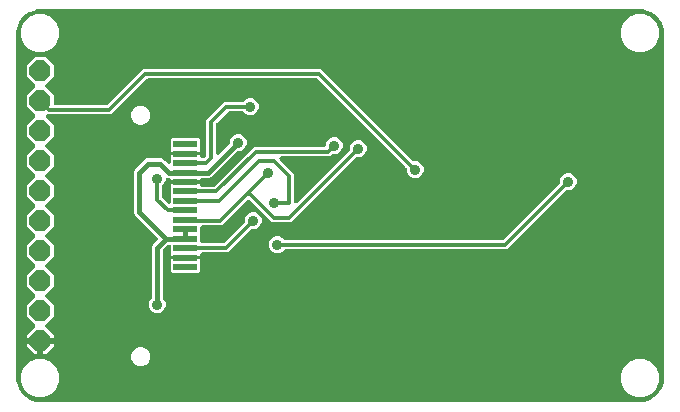
<source format=gbr>
G04 EAGLE Gerber RS-274X export*
G75*
%MOMM*%
%FSLAX34Y34*%
%LPD*%
%INBottom Copper*%
%IPPOS*%
%AMOC8*
5,1,8,0,0,1.08239X$1,22.5*%
G01*
%ADD10R,2.000000X0.500000*%
%ADD11P,1.924489X8X22.500000*%
%ADD12C,0.906400*%
%ADD13C,0.304800*%
%ADD14C,0.406400*%

G36*
X254042Y-166364D02*
X254042Y-166364D01*
X254120Y-166365D01*
X257060Y-166133D01*
X257116Y-166122D01*
X257173Y-166120D01*
X257383Y-166070D01*
X257402Y-166066D01*
X257406Y-166065D01*
X257411Y-166063D01*
X263004Y-164246D01*
X263110Y-164198D01*
X263220Y-164157D01*
X263283Y-164118D01*
X263321Y-164101D01*
X263356Y-164074D01*
X263429Y-164030D01*
X268186Y-160573D01*
X268272Y-160494D01*
X268364Y-160422D01*
X268412Y-160365D01*
X268443Y-160337D01*
X268468Y-160301D01*
X268523Y-160236D01*
X271980Y-155479D01*
X272037Y-155377D01*
X272102Y-155280D01*
X272131Y-155211D01*
X272151Y-155175D01*
X272163Y-155132D01*
X272196Y-155054D01*
X274013Y-149461D01*
X274025Y-149405D01*
X274044Y-149351D01*
X274079Y-149138D01*
X274082Y-149119D01*
X274082Y-149115D01*
X274083Y-149110D01*
X274315Y-146170D01*
X274313Y-146127D01*
X274319Y-146050D01*
X274319Y146050D01*
X274314Y146092D01*
X274315Y146170D01*
X274083Y149110D01*
X274072Y149166D01*
X274070Y149223D01*
X274020Y149433D01*
X274016Y149452D01*
X274015Y149456D01*
X274013Y149461D01*
X272196Y155054D01*
X272148Y155160D01*
X272107Y155270D01*
X272068Y155333D01*
X272051Y155371D01*
X272024Y155406D01*
X271980Y155479D01*
X268523Y160236D01*
X268444Y160322D01*
X268372Y160414D01*
X268315Y160462D01*
X268287Y160493D01*
X268251Y160518D01*
X268186Y160573D01*
X263429Y164030D01*
X263327Y164087D01*
X263230Y164152D01*
X263161Y164181D01*
X263125Y164201D01*
X263082Y164213D01*
X263004Y164246D01*
X257411Y166063D01*
X257355Y166075D01*
X257301Y166094D01*
X257088Y166129D01*
X257069Y166132D01*
X257065Y166132D01*
X257060Y166133D01*
X254120Y166365D01*
X254077Y166363D01*
X254000Y166369D01*
X-254000Y166369D01*
X-254042Y166364D01*
X-254120Y166365D01*
X-257060Y166133D01*
X-257116Y166122D01*
X-257173Y166120D01*
X-257383Y166070D01*
X-257402Y166066D01*
X-257406Y166065D01*
X-257411Y166063D01*
X-263004Y164246D01*
X-263110Y164198D01*
X-263220Y164157D01*
X-263283Y164118D01*
X-263321Y164101D01*
X-263356Y164074D01*
X-263429Y164030D01*
X-268186Y160573D01*
X-268272Y160494D01*
X-268364Y160422D01*
X-268412Y160365D01*
X-268443Y160337D01*
X-268468Y160301D01*
X-268523Y160236D01*
X-271980Y155479D01*
X-272037Y155377D01*
X-272102Y155280D01*
X-272131Y155211D01*
X-272151Y155175D01*
X-272163Y155132D01*
X-272196Y155054D01*
X-274013Y149461D01*
X-274025Y149405D01*
X-274044Y149351D01*
X-274062Y149240D01*
X-274063Y149239D01*
X-274063Y149237D01*
X-274079Y149138D01*
X-274082Y149119D01*
X-274082Y149115D01*
X-274083Y149110D01*
X-274315Y146170D01*
X-274313Y146127D01*
X-274319Y146050D01*
X-274319Y-146050D01*
X-274314Y-146092D01*
X-274315Y-146170D01*
X-274083Y-149110D01*
X-274072Y-149166D01*
X-274070Y-149223D01*
X-274020Y-149433D01*
X-274016Y-149452D01*
X-274015Y-149456D01*
X-274013Y-149461D01*
X-272196Y-155054D01*
X-272148Y-155160D01*
X-272107Y-155270D01*
X-272068Y-155333D01*
X-272051Y-155371D01*
X-272024Y-155406D01*
X-271980Y-155479D01*
X-268523Y-160236D01*
X-268444Y-160322D01*
X-268372Y-160414D01*
X-268315Y-160462D01*
X-268287Y-160493D01*
X-268251Y-160518D01*
X-268186Y-160573D01*
X-263429Y-164030D01*
X-263327Y-164087D01*
X-263230Y-164152D01*
X-263161Y-164181D01*
X-263125Y-164201D01*
X-263082Y-164213D01*
X-263004Y-164246D01*
X-257411Y-166063D01*
X-257355Y-166075D01*
X-257301Y-166094D01*
X-257088Y-166129D01*
X-257069Y-166132D01*
X-257065Y-166132D01*
X-257060Y-166133D01*
X-254120Y-166365D01*
X-254077Y-166363D01*
X-254000Y-166369D01*
X254000Y-166369D01*
X254042Y-166364D01*
G37*
%LPC*%
G36*
X-156347Y-90893D02*
X-156347Y-90893D01*
X-158946Y-89816D01*
X-160936Y-87826D01*
X-162013Y-85227D01*
X-162013Y-82413D01*
X-160936Y-79814D01*
X-159959Y-78837D01*
X-159880Y-78737D01*
X-159796Y-78644D01*
X-159772Y-78601D01*
X-159742Y-78564D01*
X-159688Y-78449D01*
X-159627Y-78339D01*
X-159614Y-78292D01*
X-159593Y-78248D01*
X-159567Y-78125D01*
X-159532Y-78003D01*
X-159527Y-77943D01*
X-159520Y-77908D01*
X-159521Y-77860D01*
X-159513Y-77759D01*
X-159513Y-34650D01*
X-158817Y-32970D01*
X-154864Y-29017D01*
X-154848Y-28997D01*
X-154828Y-28980D01*
X-154739Y-28860D01*
X-154647Y-28744D01*
X-154636Y-28720D01*
X-154620Y-28699D01*
X-154562Y-28563D01*
X-154498Y-28429D01*
X-154493Y-28403D01*
X-154482Y-28379D01*
X-154456Y-28233D01*
X-154425Y-28088D01*
X-154425Y-28062D01*
X-154421Y-28036D01*
X-154428Y-27888D01*
X-154431Y-27740D01*
X-154437Y-27714D01*
X-154439Y-27688D01*
X-154480Y-27546D01*
X-154516Y-27402D01*
X-154528Y-27378D01*
X-154535Y-27353D01*
X-154608Y-27224D01*
X-154676Y-27092D01*
X-154693Y-27072D01*
X-154705Y-27049D01*
X-154864Y-26863D01*
X-174057Y-7670D01*
X-174753Y-5990D01*
X-174753Y28850D01*
X-174057Y30530D01*
X-165150Y39437D01*
X-163470Y40133D01*
X-151490Y40133D01*
X-149810Y39437D01*
X-148309Y37936D01*
X-146141Y35768D01*
X-146063Y35706D01*
X-145990Y35636D01*
X-145926Y35597D01*
X-145868Y35551D01*
X-145777Y35508D01*
X-145691Y35457D01*
X-145620Y35434D01*
X-145553Y35402D01*
X-145455Y35381D01*
X-145359Y35351D01*
X-145285Y35345D01*
X-145212Y35329D01*
X-145112Y35331D01*
X-145012Y35323D01*
X-144938Y35334D01*
X-144864Y35335D01*
X-144767Y35359D01*
X-144667Y35374D01*
X-144598Y35402D01*
X-144526Y35420D01*
X-144436Y35466D01*
X-144343Y35503D01*
X-144282Y35545D01*
X-144216Y35580D01*
X-144139Y35645D01*
X-144057Y35702D01*
X-144007Y35757D01*
X-143951Y35805D01*
X-143891Y35886D01*
X-143824Y35961D01*
X-143788Y36026D01*
X-143743Y36086D01*
X-143704Y36178D01*
X-143655Y36266D01*
X-143635Y36337D01*
X-143605Y36406D01*
X-143588Y36504D01*
X-143560Y36601D01*
X-143552Y36701D01*
X-143544Y36749D01*
X-143546Y36784D01*
X-143541Y36845D01*
X-143541Y39681D01*
X-143472Y39815D01*
X-143466Y39838D01*
X-143456Y39859D01*
X-143424Y40007D01*
X-143388Y40154D01*
X-143388Y40177D01*
X-143383Y40200D01*
X-143385Y40351D01*
X-143383Y40502D01*
X-143388Y40530D01*
X-143389Y40549D01*
X-143400Y40594D01*
X-143427Y40743D01*
X-143541Y41166D01*
X-143541Y42477D01*
X-131000Y42477D01*
X-118459Y42477D01*
X-118459Y41588D01*
X-118456Y41562D01*
X-118458Y41536D01*
X-118436Y41389D01*
X-118419Y41242D01*
X-118411Y41217D01*
X-118407Y41191D01*
X-118352Y41053D01*
X-118302Y40914D01*
X-118288Y40892D01*
X-118278Y40867D01*
X-118193Y40746D01*
X-118113Y40621D01*
X-118094Y40603D01*
X-118079Y40581D01*
X-117969Y40482D01*
X-117862Y40379D01*
X-117840Y40365D01*
X-117820Y40348D01*
X-117690Y40276D01*
X-117563Y40200D01*
X-117538Y40192D01*
X-117515Y40179D01*
X-117372Y40139D01*
X-117231Y40094D01*
X-117205Y40092D01*
X-117180Y40084D01*
X-116936Y40065D01*
X-116175Y40065D01*
X-116049Y40079D01*
X-115923Y40086D01*
X-115876Y40099D01*
X-115828Y40105D01*
X-115709Y40147D01*
X-115588Y40182D01*
X-115546Y40206D01*
X-115500Y40222D01*
X-115394Y40291D01*
X-115284Y40352D01*
X-115238Y40392D01*
X-115208Y40411D01*
X-115174Y40446D01*
X-115098Y40511D01*
X-113731Y41878D01*
X-113652Y41977D01*
X-113568Y42070D01*
X-113544Y42113D01*
X-113514Y42151D01*
X-113460Y42265D01*
X-113399Y42375D01*
X-113386Y42422D01*
X-113365Y42466D01*
X-113339Y42589D01*
X-113304Y42711D01*
X-113299Y42772D01*
X-113292Y42806D01*
X-113293Y42854D01*
X-113285Y42955D01*
X-113285Y72804D01*
X-98204Y87885D01*
X-82769Y87885D01*
X-82643Y87899D01*
X-82517Y87906D01*
X-82470Y87919D01*
X-82422Y87925D01*
X-82303Y87967D01*
X-82182Y88002D01*
X-82140Y88026D01*
X-82094Y88042D01*
X-81988Y88111D01*
X-81878Y88172D01*
X-81831Y88212D01*
X-81801Y88231D01*
X-81768Y88266D01*
X-81691Y88331D01*
X-80206Y89816D01*
X-77607Y90893D01*
X-74793Y90893D01*
X-72194Y89816D01*
X-70204Y87826D01*
X-69127Y85227D01*
X-69127Y82413D01*
X-70204Y79814D01*
X-72194Y77824D01*
X-74793Y76747D01*
X-77607Y76747D01*
X-80206Y77824D01*
X-81691Y79309D01*
X-81790Y79388D01*
X-81884Y79472D01*
X-81927Y79496D01*
X-81964Y79526D01*
X-82079Y79580D01*
X-82189Y79641D01*
X-82236Y79654D01*
X-82280Y79675D01*
X-82403Y79701D01*
X-82525Y79736D01*
X-82586Y79741D01*
X-82620Y79748D01*
X-82668Y79747D01*
X-82769Y79755D01*
X-94205Y79755D01*
X-94331Y79741D01*
X-94457Y79734D01*
X-94504Y79721D01*
X-94552Y79715D01*
X-94671Y79673D01*
X-94792Y79638D01*
X-94834Y79614D01*
X-94880Y79598D01*
X-94986Y79529D01*
X-95096Y79468D01*
X-95142Y79428D01*
X-95172Y79409D01*
X-95206Y79374D01*
X-95282Y79309D01*
X-104709Y69882D01*
X-104788Y69783D01*
X-104872Y69690D01*
X-104896Y69647D01*
X-104926Y69609D01*
X-104980Y69495D01*
X-105041Y69385D01*
X-105054Y69338D01*
X-105075Y69294D01*
X-105101Y69171D01*
X-105136Y69049D01*
X-105141Y68988D01*
X-105148Y68954D01*
X-105147Y68906D01*
X-105155Y68805D01*
X-105155Y44689D01*
X-105144Y44589D01*
X-105142Y44489D01*
X-105124Y44417D01*
X-105115Y44343D01*
X-105082Y44248D01*
X-105057Y44151D01*
X-105023Y44085D01*
X-104998Y44015D01*
X-104943Y43930D01*
X-104897Y43841D01*
X-104849Y43784D01*
X-104809Y43722D01*
X-104737Y43652D01*
X-104672Y43576D01*
X-104612Y43531D01*
X-104558Y43480D01*
X-104472Y43428D01*
X-104391Y43368D01*
X-104323Y43339D01*
X-104259Y43301D01*
X-104163Y43270D01*
X-104071Y43230D01*
X-103998Y43217D01*
X-103927Y43195D01*
X-103827Y43187D01*
X-103728Y43169D01*
X-103654Y43173D01*
X-103580Y43167D01*
X-103480Y43182D01*
X-103380Y43187D01*
X-103309Y43207D01*
X-103235Y43218D01*
X-103142Y43255D01*
X-103045Y43283D01*
X-102980Y43320D01*
X-102911Y43347D01*
X-102829Y43404D01*
X-102741Y43453D01*
X-102665Y43519D01*
X-102625Y43546D01*
X-102601Y43572D01*
X-102555Y43612D01*
X-93879Y52288D01*
X-93800Y52387D01*
X-93716Y52481D01*
X-93692Y52523D01*
X-93662Y52561D01*
X-93608Y52675D01*
X-93547Y52786D01*
X-93534Y52832D01*
X-93513Y52876D01*
X-93487Y52999D01*
X-93452Y53121D01*
X-93447Y53182D01*
X-93440Y53217D01*
X-93441Y53265D01*
X-93433Y53365D01*
X-93433Y54747D01*
X-92356Y57346D01*
X-90366Y59336D01*
X-87767Y60413D01*
X-84953Y60413D01*
X-82354Y59336D01*
X-80364Y57346D01*
X-79287Y54747D01*
X-79287Y51933D01*
X-80364Y49334D01*
X-82354Y47344D01*
X-84953Y46267D01*
X-86335Y46267D01*
X-86461Y46253D01*
X-86587Y46246D01*
X-86633Y46233D01*
X-86681Y46227D01*
X-86800Y46185D01*
X-86922Y46150D01*
X-86964Y46126D01*
X-87009Y46110D01*
X-87116Y46041D01*
X-87226Y45980D01*
X-87272Y45940D01*
X-87302Y45921D01*
X-87336Y45886D01*
X-87412Y45821D01*
X-109110Y24123D01*
X-110790Y23427D01*
X-116936Y23427D01*
X-116962Y23424D01*
X-116988Y23426D01*
X-117135Y23404D01*
X-117282Y23387D01*
X-117307Y23379D01*
X-117333Y23375D01*
X-117471Y23320D01*
X-117610Y23270D01*
X-117632Y23256D01*
X-117657Y23246D01*
X-117778Y23161D01*
X-117903Y23081D01*
X-117921Y23062D01*
X-117943Y23047D01*
X-118042Y22937D01*
X-118145Y22830D01*
X-118159Y22808D01*
X-118176Y22788D01*
X-118248Y22658D01*
X-118324Y22531D01*
X-118332Y22506D01*
X-118345Y22483D01*
X-118385Y22340D01*
X-118430Y22199D01*
X-118432Y22173D01*
X-118440Y22148D01*
X-118459Y21904D01*
X-118459Y21523D01*
X-131000Y21523D01*
X-143541Y21523D01*
X-143541Y21904D01*
X-143544Y21930D01*
X-143542Y21956D01*
X-143564Y22103D01*
X-143581Y22250D01*
X-143589Y22275D01*
X-143593Y22301D01*
X-143648Y22439D01*
X-143698Y22578D01*
X-143712Y22600D01*
X-143722Y22625D01*
X-143807Y22746D01*
X-143887Y22871D01*
X-143906Y22889D01*
X-143921Y22911D01*
X-144031Y23010D01*
X-144138Y23113D01*
X-144160Y23127D01*
X-144180Y23144D01*
X-144310Y23216D01*
X-144437Y23292D01*
X-144462Y23300D01*
X-144485Y23313D01*
X-144628Y23353D01*
X-144769Y23398D01*
X-144795Y23400D01*
X-144820Y23408D01*
X-145064Y23427D01*
X-145749Y23427D01*
X-145761Y23432D01*
X-145906Y23473D01*
X-146049Y23519D01*
X-146073Y23521D01*
X-146096Y23528D01*
X-146247Y23535D01*
X-146396Y23547D01*
X-146420Y23544D01*
X-146444Y23545D01*
X-146592Y23518D01*
X-146741Y23495D01*
X-146763Y23486D01*
X-146787Y23482D01*
X-146925Y23422D01*
X-147065Y23367D01*
X-147085Y23353D01*
X-147107Y23343D01*
X-147228Y23254D01*
X-147351Y23168D01*
X-147367Y23150D01*
X-147386Y23135D01*
X-147484Y23020D01*
X-147584Y22909D01*
X-147596Y22888D01*
X-147612Y22869D01*
X-147680Y22735D01*
X-147753Y22604D01*
X-147759Y22581D01*
X-147770Y22559D01*
X-147807Y22413D01*
X-147848Y22269D01*
X-147850Y22240D01*
X-147855Y22221D01*
X-147855Y22174D01*
X-147867Y22025D01*
X-147867Y21453D01*
X-148944Y18854D01*
X-150429Y17369D01*
X-150508Y17270D01*
X-150592Y17176D01*
X-150616Y17133D01*
X-150646Y17096D01*
X-150700Y16981D01*
X-150761Y16871D01*
X-150774Y16824D01*
X-150795Y16780D01*
X-150821Y16657D01*
X-150856Y16535D01*
X-150861Y16474D01*
X-150868Y16440D01*
X-150867Y16392D01*
X-150875Y16291D01*
X-150875Y7395D01*
X-150861Y7269D01*
X-150854Y7143D01*
X-150841Y7096D01*
X-150835Y7048D01*
X-150793Y6929D01*
X-150758Y6808D01*
X-150734Y6766D01*
X-150718Y6720D01*
X-150649Y6614D01*
X-150588Y6504D01*
X-150548Y6458D01*
X-150529Y6428D01*
X-150494Y6394D01*
X-150429Y6318D01*
X-146141Y2029D01*
X-146063Y1967D01*
X-145990Y1897D01*
X-145926Y1859D01*
X-145868Y1813D01*
X-145777Y1770D01*
X-145691Y1718D01*
X-145620Y1696D01*
X-145553Y1664D01*
X-145455Y1643D01*
X-145359Y1612D01*
X-145285Y1606D01*
X-145212Y1591D01*
X-145112Y1592D01*
X-145012Y1584D01*
X-144938Y1595D01*
X-144864Y1597D01*
X-144767Y1621D01*
X-144667Y1636D01*
X-144598Y1663D01*
X-144526Y1682D01*
X-144436Y1728D01*
X-144343Y1765D01*
X-144282Y1807D01*
X-144216Y1841D01*
X-144139Y1906D01*
X-144057Y1964D01*
X-144007Y2019D01*
X-143951Y2067D01*
X-143891Y2148D01*
X-143824Y2222D01*
X-143788Y2287D01*
X-143743Y2347D01*
X-143704Y2440D01*
X-143655Y2527D01*
X-143635Y2599D01*
X-143605Y2667D01*
X-143588Y2766D01*
X-143560Y2863D01*
X-143552Y2963D01*
X-143544Y3010D01*
X-143546Y3046D01*
X-143541Y3107D01*
X-143541Y15681D01*
X-143472Y15815D01*
X-143466Y15838D01*
X-143456Y15859D01*
X-143424Y16007D01*
X-143388Y16154D01*
X-143388Y16177D01*
X-143383Y16200D01*
X-143385Y16351D01*
X-143383Y16502D01*
X-143388Y16530D01*
X-143389Y16549D01*
X-143400Y16594D01*
X-143427Y16743D01*
X-143541Y17166D01*
X-143541Y18477D01*
X-131000Y18477D01*
X-118459Y18477D01*
X-118459Y17588D01*
X-118456Y17562D01*
X-118458Y17536D01*
X-118436Y17389D01*
X-118419Y17242D01*
X-118411Y17217D01*
X-118407Y17191D01*
X-118352Y17053D01*
X-118302Y16914D01*
X-118288Y16892D01*
X-118278Y16867D01*
X-118193Y16746D01*
X-118113Y16621D01*
X-118094Y16603D01*
X-118079Y16581D01*
X-117969Y16482D01*
X-117862Y16379D01*
X-117840Y16365D01*
X-117820Y16348D01*
X-117690Y16276D01*
X-117563Y16200D01*
X-117538Y16192D01*
X-117515Y16179D01*
X-117372Y16139D01*
X-117231Y16094D01*
X-117205Y16092D01*
X-117180Y16084D01*
X-116936Y16065D01*
X-107155Y16065D01*
X-107029Y16079D01*
X-106903Y16086D01*
X-106856Y16099D01*
X-106808Y16105D01*
X-106689Y16147D01*
X-106568Y16182D01*
X-106526Y16206D01*
X-106480Y16222D01*
X-106374Y16291D01*
X-106264Y16352D01*
X-106218Y16392D01*
X-106188Y16411D01*
X-106154Y16446D01*
X-106078Y16511D01*
X-72804Y49785D01*
X-13676Y49785D01*
X-13650Y49788D01*
X-13624Y49786D01*
X-13477Y49808D01*
X-13330Y49825D01*
X-13305Y49833D01*
X-13279Y49837D01*
X-13141Y49892D01*
X-13002Y49942D01*
X-12980Y49956D01*
X-12955Y49966D01*
X-12834Y50051D01*
X-12709Y50131D01*
X-12691Y50150D01*
X-12669Y50165D01*
X-12570Y50275D01*
X-12467Y50382D01*
X-12453Y50404D01*
X-12436Y50424D01*
X-12364Y50554D01*
X-12288Y50681D01*
X-12280Y50706D01*
X-12267Y50729D01*
X-12227Y50872D01*
X-12182Y51013D01*
X-12180Y51039D01*
X-12172Y51064D01*
X-12153Y51308D01*
X-12153Y52207D01*
X-11076Y54806D01*
X-9086Y56796D01*
X-6487Y57873D01*
X-3673Y57873D01*
X-1074Y56796D01*
X916Y54806D01*
X1993Y52207D01*
X1993Y49393D01*
X916Y46794D01*
X-1074Y44804D01*
X-3673Y43727D01*
X-5773Y43727D01*
X-5899Y43713D01*
X-6025Y43706D01*
X-6072Y43693D01*
X-6120Y43687D01*
X-6239Y43645D01*
X-6360Y43610D01*
X-6402Y43586D01*
X-6448Y43570D01*
X-6554Y43501D01*
X-6664Y43440D01*
X-6710Y43400D01*
X-6740Y43381D01*
X-6774Y43346D01*
X-6850Y43281D01*
X-8476Y41655D01*
X-50009Y41655D01*
X-50109Y41644D01*
X-50210Y41642D01*
X-50282Y41624D01*
X-50356Y41615D01*
X-50450Y41582D01*
X-50548Y41557D01*
X-50614Y41523D01*
X-50684Y41498D01*
X-50768Y41443D01*
X-50857Y41397D01*
X-50914Y41349D01*
X-50977Y41309D01*
X-51046Y41237D01*
X-51123Y41172D01*
X-51167Y41112D01*
X-51219Y41058D01*
X-51270Y40972D01*
X-51330Y40891D01*
X-51359Y40823D01*
X-51398Y40759D01*
X-51428Y40663D01*
X-51468Y40571D01*
X-51481Y40498D01*
X-51504Y40427D01*
X-51512Y40327D01*
X-51530Y40228D01*
X-51526Y40154D01*
X-51532Y40080D01*
X-51517Y39980D01*
X-51512Y39880D01*
X-51491Y39809D01*
X-51480Y39735D01*
X-51443Y39642D01*
X-51415Y39545D01*
X-51379Y39480D01*
X-51351Y39411D01*
X-51294Y39329D01*
X-51245Y39241D01*
X-51180Y39165D01*
X-51152Y39125D01*
X-51126Y39101D01*
X-51087Y39055D01*
X-39115Y27084D01*
X-39115Y3331D01*
X-39104Y3231D01*
X-39102Y3130D01*
X-39084Y3058D01*
X-39075Y2984D01*
X-39042Y2890D01*
X-39017Y2792D01*
X-38983Y2726D01*
X-38958Y2656D01*
X-38903Y2572D01*
X-38857Y2483D01*
X-38809Y2426D01*
X-38769Y2363D01*
X-38697Y2294D01*
X-38632Y2217D01*
X-38572Y2173D01*
X-38518Y2121D01*
X-38432Y2070D01*
X-38351Y2010D01*
X-38283Y1981D01*
X-38219Y1942D01*
X-38123Y1912D01*
X-38031Y1872D01*
X-37958Y1859D01*
X-37887Y1836D01*
X-37787Y1828D01*
X-37688Y1810D01*
X-37614Y1814D01*
X-37540Y1808D01*
X-37440Y1823D01*
X-37340Y1828D01*
X-37269Y1849D01*
X-37195Y1860D01*
X-37102Y1897D01*
X-37005Y1925D01*
X-36940Y1961D01*
X-36871Y1989D01*
X-36789Y2046D01*
X-36701Y2095D01*
X-36625Y2160D01*
X-36585Y2188D01*
X-36561Y2214D01*
X-36515Y2253D01*
X7721Y46490D01*
X7800Y46589D01*
X7884Y46682D01*
X7908Y46725D01*
X7938Y46763D01*
X7992Y46877D01*
X8053Y46987D01*
X8066Y47034D01*
X8087Y47078D01*
X8113Y47201D01*
X8148Y47323D01*
X8153Y47384D01*
X8160Y47418D01*
X8159Y47466D01*
X8167Y47567D01*
X8167Y49667D01*
X9244Y52266D01*
X11234Y54256D01*
X13833Y55333D01*
X16647Y55333D01*
X19246Y54256D01*
X21236Y52266D01*
X22313Y49667D01*
X22313Y46853D01*
X21236Y44254D01*
X19246Y42264D01*
X16647Y41187D01*
X14547Y41187D01*
X14421Y41173D01*
X14295Y41166D01*
X14248Y41153D01*
X14200Y41147D01*
X14081Y41105D01*
X13960Y41070D01*
X13918Y41046D01*
X13872Y41030D01*
X13766Y40961D01*
X13656Y40900D01*
X13610Y40860D01*
X13580Y40841D01*
X13546Y40806D01*
X13470Y40741D01*
X-41496Y-14225D01*
X-57564Y-14225D01*
X-76393Y4604D01*
X-76413Y4621D01*
X-76430Y4641D01*
X-76550Y4729D01*
X-76666Y4821D01*
X-76690Y4832D01*
X-76711Y4848D01*
X-76847Y4907D01*
X-76981Y4970D01*
X-77007Y4976D01*
X-77031Y4986D01*
X-77177Y5012D01*
X-77322Y5043D01*
X-77348Y5043D01*
X-77374Y5048D01*
X-77522Y5040D01*
X-77670Y5037D01*
X-77696Y5031D01*
X-77722Y5030D01*
X-77864Y4989D01*
X-78008Y4952D01*
X-78032Y4940D01*
X-78057Y4933D01*
X-78186Y4861D01*
X-78318Y4793D01*
X-78338Y4776D01*
X-78361Y4763D01*
X-78547Y4604D01*
X-99916Y-16765D01*
X-116936Y-16765D01*
X-116962Y-16768D01*
X-116988Y-16766D01*
X-117135Y-16788D01*
X-117282Y-16805D01*
X-117307Y-16813D01*
X-117333Y-16817D01*
X-117471Y-16872D01*
X-117610Y-16922D01*
X-117632Y-16936D01*
X-117657Y-16946D01*
X-117778Y-17031D01*
X-117903Y-17111D01*
X-117921Y-17130D01*
X-117943Y-17145D01*
X-118042Y-17255D01*
X-118145Y-17362D01*
X-118159Y-17384D01*
X-118176Y-17404D01*
X-118248Y-17534D01*
X-118324Y-17661D01*
X-118332Y-17686D01*
X-118345Y-17709D01*
X-118385Y-17852D01*
X-118430Y-17993D01*
X-118432Y-18019D01*
X-118440Y-18044D01*
X-118459Y-18288D01*
X-118459Y-29972D01*
X-118456Y-29998D01*
X-118458Y-30024D01*
X-118436Y-30171D01*
X-118419Y-30318D01*
X-118411Y-30343D01*
X-118407Y-30369D01*
X-118352Y-30507D01*
X-118302Y-30646D01*
X-118288Y-30668D01*
X-118278Y-30693D01*
X-118193Y-30814D01*
X-118113Y-30939D01*
X-118094Y-30957D01*
X-118079Y-30979D01*
X-117969Y-31078D01*
X-117862Y-31181D01*
X-117840Y-31195D01*
X-117820Y-31212D01*
X-117690Y-31284D01*
X-117563Y-31360D01*
X-117538Y-31368D01*
X-117515Y-31381D01*
X-117372Y-31421D01*
X-117231Y-31466D01*
X-117205Y-31468D01*
X-117180Y-31476D01*
X-116936Y-31495D01*
X-98835Y-31495D01*
X-98709Y-31481D01*
X-98583Y-31474D01*
X-98536Y-31461D01*
X-98488Y-31455D01*
X-98369Y-31413D01*
X-98248Y-31378D01*
X-98206Y-31354D01*
X-98160Y-31338D01*
X-98054Y-31269D01*
X-97944Y-31208D01*
X-97898Y-31168D01*
X-97868Y-31149D01*
X-97834Y-31114D01*
X-97758Y-31049D01*
X-81179Y-14470D01*
X-81100Y-14371D01*
X-81016Y-14278D01*
X-80992Y-14235D01*
X-80962Y-14197D01*
X-80908Y-14083D01*
X-80847Y-13973D01*
X-80834Y-13926D01*
X-80813Y-13882D01*
X-80787Y-13759D01*
X-80752Y-13637D01*
X-80747Y-13576D01*
X-80740Y-13542D01*
X-80741Y-13494D01*
X-80733Y-13393D01*
X-80733Y-11293D01*
X-79656Y-8694D01*
X-77666Y-6704D01*
X-75067Y-5627D01*
X-72253Y-5627D01*
X-69654Y-6704D01*
X-67664Y-8694D01*
X-66587Y-11293D01*
X-66587Y-14107D01*
X-67664Y-16706D01*
X-69654Y-18696D01*
X-72253Y-19773D01*
X-74353Y-19773D01*
X-74479Y-19787D01*
X-74605Y-19794D01*
X-74652Y-19807D01*
X-74700Y-19813D01*
X-74819Y-19855D01*
X-74940Y-19890D01*
X-74982Y-19914D01*
X-75028Y-19930D01*
X-75134Y-19999D01*
X-75244Y-20060D01*
X-75290Y-20100D01*
X-75320Y-20119D01*
X-75354Y-20154D01*
X-75430Y-20219D01*
X-94836Y-39625D01*
X-116936Y-39625D01*
X-116962Y-39628D01*
X-116988Y-39626D01*
X-117135Y-39648D01*
X-117282Y-39665D01*
X-117307Y-39673D01*
X-117333Y-39677D01*
X-117471Y-39732D01*
X-117610Y-39782D01*
X-117632Y-39796D01*
X-117657Y-39806D01*
X-117778Y-39891D01*
X-117903Y-39971D01*
X-117921Y-39990D01*
X-117943Y-40005D01*
X-118042Y-40115D01*
X-118145Y-40222D01*
X-118159Y-40244D01*
X-118176Y-40264D01*
X-118248Y-40394D01*
X-118324Y-40521D01*
X-118332Y-40546D01*
X-118345Y-40569D01*
X-118385Y-40712D01*
X-118430Y-40853D01*
X-118432Y-40879D01*
X-118440Y-40904D01*
X-118459Y-41148D01*
X-118459Y-42477D01*
X-131000Y-42477D01*
X-143541Y-42477D01*
X-143541Y-41166D01*
X-143427Y-40743D01*
X-143405Y-40594D01*
X-143379Y-40445D01*
X-143380Y-40421D01*
X-143376Y-40398D01*
X-143389Y-40248D01*
X-143397Y-40097D01*
X-143403Y-40074D01*
X-143405Y-40051D01*
X-143451Y-39908D01*
X-143493Y-39762D01*
X-143505Y-39741D01*
X-143512Y-39719D01*
X-143541Y-39671D01*
X-143541Y-34305D01*
X-143552Y-34205D01*
X-143554Y-34105D01*
X-143572Y-34033D01*
X-143581Y-33959D01*
X-143614Y-33864D01*
X-143639Y-33767D01*
X-143673Y-33701D01*
X-143698Y-33631D01*
X-143753Y-33546D01*
X-143799Y-33457D01*
X-143847Y-33400D01*
X-143887Y-33338D01*
X-143959Y-33268D01*
X-144024Y-33192D01*
X-144084Y-33147D01*
X-144138Y-33096D01*
X-144224Y-33044D01*
X-144305Y-32984D01*
X-144373Y-32955D01*
X-144437Y-32917D01*
X-144533Y-32886D01*
X-144625Y-32846D01*
X-144698Y-32833D01*
X-144769Y-32811D01*
X-144869Y-32803D01*
X-144968Y-32785D01*
X-145042Y-32789D01*
X-145116Y-32783D01*
X-145216Y-32798D01*
X-145316Y-32803D01*
X-145387Y-32823D01*
X-145461Y-32834D01*
X-145554Y-32871D01*
X-145651Y-32899D01*
X-145716Y-32936D01*
X-145785Y-32963D01*
X-145867Y-33020D01*
X-145955Y-33069D01*
X-146031Y-33135D01*
X-146071Y-33162D01*
X-146095Y-33188D01*
X-146141Y-33228D01*
X-149921Y-37008D01*
X-150000Y-37107D01*
X-150084Y-37201D01*
X-150108Y-37243D01*
X-150138Y-37281D01*
X-150192Y-37395D01*
X-150253Y-37506D01*
X-150266Y-37552D01*
X-150287Y-37596D01*
X-150313Y-37719D01*
X-150348Y-37841D01*
X-150353Y-37902D01*
X-150360Y-37937D01*
X-150359Y-37985D01*
X-150367Y-38085D01*
X-150367Y-77759D01*
X-150353Y-77885D01*
X-150346Y-78011D01*
X-150333Y-78058D01*
X-150327Y-78106D01*
X-150285Y-78225D01*
X-150250Y-78346D01*
X-150226Y-78388D01*
X-150210Y-78434D01*
X-150141Y-78540D01*
X-150080Y-78650D01*
X-150040Y-78697D01*
X-150021Y-78727D01*
X-149986Y-78760D01*
X-149921Y-78837D01*
X-148944Y-79814D01*
X-147867Y-82413D01*
X-147867Y-85227D01*
X-148944Y-87826D01*
X-150934Y-89816D01*
X-153533Y-90893D01*
X-156347Y-90893D01*
G37*
%LPD*%
%LPC*%
G36*
X-254090Y-112075D02*
X-254090Y-112075D01*
X-254113Y-112061D01*
X-254132Y-112044D01*
X-254262Y-111972D01*
X-254389Y-111896D01*
X-254414Y-111888D01*
X-254437Y-111875D01*
X-254580Y-111835D01*
X-254721Y-111790D01*
X-254747Y-111787D01*
X-254772Y-111780D01*
X-255016Y-111761D01*
X-265431Y-111761D01*
X-265431Y-109565D01*
X-258543Y-102677D01*
X-258526Y-102657D01*
X-258506Y-102640D01*
X-258418Y-102520D01*
X-258326Y-102404D01*
X-258315Y-102380D01*
X-258299Y-102359D01*
X-258240Y-102223D01*
X-258177Y-102089D01*
X-258172Y-102063D01*
X-258161Y-102039D01*
X-258135Y-101893D01*
X-258104Y-101748D01*
X-258104Y-101722D01*
X-258099Y-101696D01*
X-258107Y-101548D01*
X-258110Y-101400D01*
X-258116Y-101374D01*
X-258117Y-101348D01*
X-258158Y-101206D01*
X-258195Y-101062D01*
X-258207Y-101038D01*
X-258214Y-101013D01*
X-258286Y-100884D01*
X-258354Y-100752D01*
X-258371Y-100732D01*
X-258384Y-100709D01*
X-258543Y-100523D01*
X-265431Y-93635D01*
X-265431Y-84165D01*
X-258543Y-77277D01*
X-258526Y-77257D01*
X-258506Y-77240D01*
X-258418Y-77120D01*
X-258326Y-77004D01*
X-258315Y-76980D01*
X-258299Y-76959D01*
X-258240Y-76823D01*
X-258177Y-76689D01*
X-258172Y-76663D01*
X-258161Y-76639D01*
X-258135Y-76493D01*
X-258104Y-76348D01*
X-258104Y-76322D01*
X-258099Y-76296D01*
X-258107Y-76148D01*
X-258110Y-76000D01*
X-258116Y-75974D01*
X-258117Y-75948D01*
X-258158Y-75806D01*
X-258195Y-75662D01*
X-258207Y-75638D01*
X-258214Y-75613D01*
X-258286Y-75484D01*
X-258354Y-75352D01*
X-258371Y-75332D01*
X-258384Y-75309D01*
X-258543Y-75123D01*
X-265431Y-68235D01*
X-265431Y-58765D01*
X-258543Y-51877D01*
X-258526Y-51857D01*
X-258506Y-51840D01*
X-258418Y-51720D01*
X-258326Y-51604D01*
X-258315Y-51580D01*
X-258299Y-51559D01*
X-258240Y-51423D01*
X-258177Y-51289D01*
X-258172Y-51263D01*
X-258161Y-51239D01*
X-258135Y-51093D01*
X-258104Y-50948D01*
X-258104Y-50922D01*
X-258099Y-50896D01*
X-258107Y-50748D01*
X-258110Y-50600D01*
X-258116Y-50574D01*
X-258117Y-50548D01*
X-258158Y-50406D01*
X-258195Y-50262D01*
X-258207Y-50238D01*
X-258214Y-50213D01*
X-258286Y-50084D01*
X-258354Y-49952D01*
X-258371Y-49932D01*
X-258384Y-49909D01*
X-258543Y-49723D01*
X-265431Y-42835D01*
X-265431Y-33365D01*
X-258543Y-26477D01*
X-258526Y-26457D01*
X-258506Y-26440D01*
X-258418Y-26320D01*
X-258326Y-26204D01*
X-258315Y-26180D01*
X-258299Y-26159D01*
X-258240Y-26023D01*
X-258177Y-25889D01*
X-258172Y-25863D01*
X-258161Y-25839D01*
X-258135Y-25693D01*
X-258104Y-25548D01*
X-258104Y-25522D01*
X-258099Y-25496D01*
X-258107Y-25348D01*
X-258110Y-25200D01*
X-258116Y-25174D01*
X-258117Y-25148D01*
X-258158Y-25006D01*
X-258195Y-24862D01*
X-258207Y-24838D01*
X-258214Y-24813D01*
X-258286Y-24684D01*
X-258354Y-24552D01*
X-258371Y-24532D01*
X-258384Y-24509D01*
X-258543Y-24323D01*
X-265431Y-17435D01*
X-265431Y-7965D01*
X-258543Y-1077D01*
X-258526Y-1057D01*
X-258506Y-1040D01*
X-258418Y-920D01*
X-258326Y-804D01*
X-258315Y-780D01*
X-258299Y-759D01*
X-258240Y-623D01*
X-258177Y-489D01*
X-258172Y-463D01*
X-258161Y-439D01*
X-258135Y-293D01*
X-258104Y-148D01*
X-258104Y-122D01*
X-258099Y-96D01*
X-258107Y52D01*
X-258110Y200D01*
X-258116Y226D01*
X-258117Y252D01*
X-258158Y394D01*
X-258195Y538D01*
X-258207Y562D01*
X-258214Y587D01*
X-258286Y716D01*
X-258354Y848D01*
X-258371Y868D01*
X-258384Y891D01*
X-258543Y1077D01*
X-265431Y7965D01*
X-265431Y17435D01*
X-258543Y24323D01*
X-258526Y24343D01*
X-258506Y24360D01*
X-258418Y24480D01*
X-258326Y24596D01*
X-258315Y24620D01*
X-258299Y24641D01*
X-258240Y24777D01*
X-258177Y24911D01*
X-258172Y24937D01*
X-258161Y24961D01*
X-258135Y25107D01*
X-258104Y25252D01*
X-258104Y25278D01*
X-258099Y25304D01*
X-258107Y25452D01*
X-258110Y25600D01*
X-258116Y25626D01*
X-258117Y25652D01*
X-258158Y25794D01*
X-258195Y25938D01*
X-258207Y25962D01*
X-258214Y25987D01*
X-258286Y26116D01*
X-258354Y26248D01*
X-258371Y26268D01*
X-258384Y26291D01*
X-258543Y26477D01*
X-265431Y33365D01*
X-265431Y42835D01*
X-258543Y49723D01*
X-258526Y49743D01*
X-258506Y49760D01*
X-258418Y49880D01*
X-258326Y49996D01*
X-258315Y50020D01*
X-258299Y50041D01*
X-258240Y50177D01*
X-258177Y50311D01*
X-258172Y50337D01*
X-258161Y50361D01*
X-258135Y50507D01*
X-258104Y50652D01*
X-258104Y50678D01*
X-258099Y50704D01*
X-258107Y50852D01*
X-258110Y51000D01*
X-258116Y51026D01*
X-258117Y51052D01*
X-258158Y51194D01*
X-258195Y51338D01*
X-258207Y51362D01*
X-258214Y51387D01*
X-258286Y51516D01*
X-258354Y51648D01*
X-258371Y51668D01*
X-258384Y51691D01*
X-258543Y51877D01*
X-265431Y58765D01*
X-265431Y68235D01*
X-258543Y75123D01*
X-258526Y75143D01*
X-258506Y75160D01*
X-258418Y75280D01*
X-258326Y75396D01*
X-258315Y75420D01*
X-258299Y75441D01*
X-258240Y75577D01*
X-258177Y75711D01*
X-258172Y75737D01*
X-258161Y75761D01*
X-258135Y75907D01*
X-258104Y76052D01*
X-258104Y76078D01*
X-258099Y76104D01*
X-258107Y76252D01*
X-258110Y76400D01*
X-258116Y76426D01*
X-258117Y76452D01*
X-258158Y76594D01*
X-258195Y76738D01*
X-258207Y76762D01*
X-258214Y76787D01*
X-258286Y76916D01*
X-258354Y77048D01*
X-258371Y77068D01*
X-258384Y77091D01*
X-258543Y77277D01*
X-265431Y84165D01*
X-265431Y93635D01*
X-258543Y100523D01*
X-258526Y100543D01*
X-258506Y100560D01*
X-258418Y100680D01*
X-258326Y100796D01*
X-258315Y100820D01*
X-258299Y100841D01*
X-258240Y100977D01*
X-258177Y101111D01*
X-258172Y101137D01*
X-258161Y101161D01*
X-258135Y101307D01*
X-258104Y101452D01*
X-258104Y101478D01*
X-258099Y101504D01*
X-258107Y101652D01*
X-258110Y101800D01*
X-258116Y101826D01*
X-258117Y101852D01*
X-258158Y101994D01*
X-258195Y102138D01*
X-258207Y102162D01*
X-258214Y102187D01*
X-258286Y102316D01*
X-258354Y102448D01*
X-258371Y102468D01*
X-258384Y102491D01*
X-258543Y102677D01*
X-265431Y109565D01*
X-265431Y119035D01*
X-258735Y125731D01*
X-249265Y125731D01*
X-242569Y119035D01*
X-242569Y109565D01*
X-249457Y102677D01*
X-249474Y102657D01*
X-249494Y102640D01*
X-249582Y102520D01*
X-249674Y102404D01*
X-249685Y102380D01*
X-249701Y102359D01*
X-249760Y102223D01*
X-249823Y102089D01*
X-249828Y102063D01*
X-249839Y102039D01*
X-249865Y101893D01*
X-249896Y101748D01*
X-249896Y101722D01*
X-249901Y101696D01*
X-249893Y101548D01*
X-249890Y101400D01*
X-249884Y101374D01*
X-249883Y101348D01*
X-249842Y101206D01*
X-249805Y101062D01*
X-249793Y101039D01*
X-249786Y101013D01*
X-249714Y100884D01*
X-249646Y100752D01*
X-249629Y100732D01*
X-249616Y100709D01*
X-249457Y100523D01*
X-242569Y93635D01*
X-242569Y86868D01*
X-242566Y86842D01*
X-242568Y86816D01*
X-242546Y86669D01*
X-242529Y86522D01*
X-242521Y86497D01*
X-242517Y86471D01*
X-242462Y86333D01*
X-242412Y86194D01*
X-242398Y86172D01*
X-242388Y86147D01*
X-242303Y86026D01*
X-242223Y85901D01*
X-242204Y85883D01*
X-242189Y85861D01*
X-242079Y85762D01*
X-241972Y85659D01*
X-241950Y85645D01*
X-241930Y85628D01*
X-241800Y85556D01*
X-241673Y85480D01*
X-241648Y85472D01*
X-241625Y85459D01*
X-241482Y85419D01*
X-241341Y85374D01*
X-241315Y85372D01*
X-241290Y85364D01*
X-241046Y85345D01*
X-197895Y85345D01*
X-197769Y85359D01*
X-197643Y85366D01*
X-197596Y85379D01*
X-197548Y85385D01*
X-197429Y85427D01*
X-197308Y85462D01*
X-197266Y85486D01*
X-197220Y85502D01*
X-197114Y85571D01*
X-197004Y85632D01*
X-196958Y85672D01*
X-196928Y85691D01*
X-196894Y85726D01*
X-196818Y85791D01*
X-166784Y115825D01*
X-16096Y115825D01*
X61730Y37999D01*
X61829Y37920D01*
X61922Y37836D01*
X61965Y37812D01*
X62003Y37782D01*
X62117Y37728D01*
X62227Y37667D01*
X62274Y37654D01*
X62318Y37633D01*
X62441Y37607D01*
X62563Y37572D01*
X62624Y37567D01*
X62658Y37560D01*
X62706Y37561D01*
X62807Y37553D01*
X64907Y37553D01*
X67506Y36476D01*
X69496Y34486D01*
X70573Y31887D01*
X70573Y29073D01*
X69496Y26474D01*
X67506Y24484D01*
X64907Y23407D01*
X62093Y23407D01*
X59494Y24484D01*
X57504Y26474D01*
X56427Y29073D01*
X56427Y31173D01*
X56413Y31299D01*
X56406Y31425D01*
X56393Y31472D01*
X56387Y31520D01*
X56345Y31639D01*
X56310Y31760D01*
X56286Y31802D01*
X56270Y31848D01*
X56201Y31954D01*
X56140Y32064D01*
X56100Y32110D01*
X56081Y32140D01*
X56046Y32174D01*
X55981Y32250D01*
X-19018Y107249D01*
X-19117Y107328D01*
X-19210Y107412D01*
X-19253Y107436D01*
X-19291Y107466D01*
X-19405Y107520D01*
X-19515Y107581D01*
X-19562Y107594D01*
X-19606Y107615D01*
X-19729Y107641D01*
X-19851Y107676D01*
X-19912Y107681D01*
X-19946Y107688D01*
X-19994Y107687D01*
X-20095Y107695D01*
X-162785Y107695D01*
X-162911Y107681D01*
X-163037Y107674D01*
X-163084Y107661D01*
X-163132Y107655D01*
X-163251Y107613D01*
X-163372Y107578D01*
X-163414Y107554D01*
X-163460Y107538D01*
X-163566Y107469D01*
X-163676Y107408D01*
X-163722Y107368D01*
X-163752Y107349D01*
X-163786Y107314D01*
X-163862Y107249D01*
X-193896Y77215D01*
X-247872Y77215D01*
X-247972Y77204D01*
X-248073Y77202D01*
X-248145Y77184D01*
X-248219Y77175D01*
X-248313Y77142D01*
X-248411Y77117D01*
X-248477Y77083D01*
X-248547Y77058D01*
X-248631Y77003D01*
X-248720Y76957D01*
X-248777Y76909D01*
X-248839Y76869D01*
X-248909Y76797D01*
X-248986Y76732D01*
X-249030Y76672D01*
X-249082Y76618D01*
X-249133Y76532D01*
X-249193Y76451D01*
X-249222Y76383D01*
X-249261Y76319D01*
X-249291Y76223D01*
X-249331Y76131D01*
X-249344Y76058D01*
X-249367Y75987D01*
X-249375Y75887D01*
X-249393Y75788D01*
X-249389Y75714D01*
X-249395Y75640D01*
X-249380Y75540D01*
X-249375Y75440D01*
X-249354Y75369D01*
X-249343Y75295D01*
X-249306Y75202D01*
X-249278Y75105D01*
X-249242Y75040D01*
X-249214Y74971D01*
X-249157Y74889D01*
X-249108Y74801D01*
X-249043Y74725D01*
X-249015Y74685D01*
X-248989Y74661D01*
X-248949Y74615D01*
X-242569Y68235D01*
X-242569Y58765D01*
X-249457Y51877D01*
X-249474Y51857D01*
X-249494Y51840D01*
X-249582Y51720D01*
X-249674Y51604D01*
X-249685Y51580D01*
X-249701Y51559D01*
X-249760Y51423D01*
X-249823Y51289D01*
X-249828Y51263D01*
X-249839Y51239D01*
X-249865Y51093D01*
X-249896Y50948D01*
X-249896Y50922D01*
X-249901Y50896D01*
X-249893Y50748D01*
X-249890Y50600D01*
X-249884Y50574D01*
X-249883Y50548D01*
X-249842Y50406D01*
X-249805Y50262D01*
X-249793Y50239D01*
X-249786Y50213D01*
X-249714Y50084D01*
X-249646Y49952D01*
X-249629Y49932D01*
X-249616Y49909D01*
X-249457Y49723D01*
X-242569Y42835D01*
X-242569Y33365D01*
X-249457Y26477D01*
X-249474Y26457D01*
X-249494Y26440D01*
X-249582Y26320D01*
X-249674Y26204D01*
X-249685Y26180D01*
X-249701Y26159D01*
X-249760Y26023D01*
X-249823Y25889D01*
X-249828Y25863D01*
X-249839Y25839D01*
X-249865Y25693D01*
X-249896Y25548D01*
X-249896Y25522D01*
X-249901Y25496D01*
X-249893Y25348D01*
X-249890Y25200D01*
X-249884Y25174D01*
X-249883Y25148D01*
X-249842Y25006D01*
X-249805Y24862D01*
X-249793Y24839D01*
X-249786Y24813D01*
X-249714Y24684D01*
X-249646Y24552D01*
X-249629Y24532D01*
X-249616Y24509D01*
X-249457Y24323D01*
X-242569Y17435D01*
X-242569Y7965D01*
X-249457Y1077D01*
X-249474Y1057D01*
X-249494Y1040D01*
X-249582Y920D01*
X-249674Y804D01*
X-249685Y780D01*
X-249701Y759D01*
X-249760Y623D01*
X-249823Y489D01*
X-249828Y463D01*
X-249839Y439D01*
X-249865Y293D01*
X-249896Y148D01*
X-249896Y122D01*
X-249901Y96D01*
X-249893Y-52D01*
X-249890Y-200D01*
X-249884Y-226D01*
X-249883Y-252D01*
X-249842Y-394D01*
X-249805Y-538D01*
X-249793Y-562D01*
X-249786Y-587D01*
X-249714Y-716D01*
X-249646Y-848D01*
X-249629Y-868D01*
X-249616Y-891D01*
X-249457Y-1077D01*
X-242569Y-7965D01*
X-242569Y-17435D01*
X-249457Y-24323D01*
X-249474Y-24343D01*
X-249494Y-24360D01*
X-249582Y-24480D01*
X-249674Y-24596D01*
X-249685Y-24620D01*
X-249701Y-24641D01*
X-249760Y-24777D01*
X-249823Y-24911D01*
X-249828Y-24937D01*
X-249839Y-24961D01*
X-249865Y-25107D01*
X-249896Y-25252D01*
X-249896Y-25278D01*
X-249901Y-25304D01*
X-249893Y-25452D01*
X-249890Y-25600D01*
X-249884Y-25626D01*
X-249883Y-25652D01*
X-249842Y-25794D01*
X-249805Y-25938D01*
X-249793Y-25961D01*
X-249786Y-25987D01*
X-249714Y-26116D01*
X-249646Y-26248D01*
X-249629Y-26268D01*
X-249616Y-26291D01*
X-249457Y-26477D01*
X-242569Y-33365D01*
X-242569Y-42835D01*
X-249457Y-49723D01*
X-249474Y-49743D01*
X-249494Y-49760D01*
X-249582Y-49880D01*
X-249674Y-49996D01*
X-249685Y-50020D01*
X-249701Y-50041D01*
X-249760Y-50177D01*
X-249823Y-50311D01*
X-249828Y-50337D01*
X-249839Y-50361D01*
X-249865Y-50507D01*
X-249896Y-50652D01*
X-249896Y-50678D01*
X-249901Y-50704D01*
X-249893Y-50852D01*
X-249890Y-51000D01*
X-249884Y-51026D01*
X-249883Y-51052D01*
X-249842Y-51194D01*
X-249805Y-51338D01*
X-249793Y-51361D01*
X-249786Y-51387D01*
X-249714Y-51516D01*
X-249646Y-51648D01*
X-249629Y-51668D01*
X-249616Y-51691D01*
X-249457Y-51877D01*
X-242569Y-58765D01*
X-242569Y-68235D01*
X-249457Y-75123D01*
X-249474Y-75143D01*
X-249494Y-75160D01*
X-249582Y-75280D01*
X-249674Y-75396D01*
X-249685Y-75420D01*
X-249701Y-75441D01*
X-249760Y-75577D01*
X-249823Y-75711D01*
X-249828Y-75737D01*
X-249839Y-75761D01*
X-249865Y-75907D01*
X-249896Y-76052D01*
X-249896Y-76078D01*
X-249901Y-76104D01*
X-249893Y-76252D01*
X-249890Y-76400D01*
X-249884Y-76426D01*
X-249883Y-76452D01*
X-249842Y-76594D01*
X-249805Y-76738D01*
X-249793Y-76761D01*
X-249786Y-76787D01*
X-249714Y-76916D01*
X-249646Y-77048D01*
X-249629Y-77068D01*
X-249616Y-77091D01*
X-249457Y-77277D01*
X-242569Y-84165D01*
X-242569Y-93635D01*
X-249457Y-100523D01*
X-249474Y-100543D01*
X-249494Y-100560D01*
X-249582Y-100680D01*
X-249674Y-100796D01*
X-249685Y-100820D01*
X-249701Y-100841D01*
X-249760Y-100977D01*
X-249823Y-101111D01*
X-249828Y-101137D01*
X-249839Y-101161D01*
X-249865Y-101307D01*
X-249896Y-101452D01*
X-249896Y-101478D01*
X-249901Y-101504D01*
X-249893Y-101652D01*
X-249890Y-101800D01*
X-249884Y-101826D01*
X-249883Y-101852D01*
X-249842Y-101994D01*
X-249805Y-102138D01*
X-249793Y-102161D01*
X-249786Y-102187D01*
X-249714Y-102316D01*
X-249646Y-102448D01*
X-249629Y-102468D01*
X-249616Y-102491D01*
X-249457Y-102677D01*
X-242569Y-109565D01*
X-242569Y-111761D01*
X-252984Y-111761D01*
X-253010Y-111764D01*
X-253036Y-111762D01*
X-253183Y-111784D01*
X-253330Y-111801D01*
X-253355Y-111809D01*
X-253381Y-111813D01*
X-253518Y-111868D01*
X-253658Y-111918D01*
X-253680Y-111932D01*
X-253705Y-111942D01*
X-253826Y-112027D01*
X-253951Y-112107D01*
X-253969Y-112126D01*
X-253991Y-112141D01*
X-254005Y-112157D01*
X-254090Y-112075D01*
G37*
%LPD*%
%LPC*%
G36*
X-54747Y-40093D02*
X-54747Y-40093D01*
X-57346Y-39016D01*
X-59336Y-37026D01*
X-60413Y-34427D01*
X-60413Y-31613D01*
X-59336Y-29014D01*
X-57346Y-27024D01*
X-54747Y-25947D01*
X-51933Y-25947D01*
X-49334Y-27024D01*
X-47849Y-28509D01*
X-47750Y-28588D01*
X-47656Y-28672D01*
X-47613Y-28696D01*
X-47576Y-28726D01*
X-47461Y-28780D01*
X-47351Y-28841D01*
X-47304Y-28854D01*
X-47260Y-28875D01*
X-47137Y-28901D01*
X-47015Y-28936D01*
X-46954Y-28941D01*
X-46920Y-28948D01*
X-46872Y-28947D01*
X-46771Y-28955D01*
X137385Y-28955D01*
X137511Y-28941D01*
X137637Y-28934D01*
X137684Y-28921D01*
X137732Y-28915D01*
X137851Y-28873D01*
X137972Y-28838D01*
X138014Y-28814D01*
X138060Y-28798D01*
X138166Y-28729D01*
X138276Y-28668D01*
X138322Y-28628D01*
X138352Y-28609D01*
X138386Y-28574D01*
X138462Y-28509D01*
X185521Y18550D01*
X185600Y18649D01*
X185684Y18742D01*
X185708Y18785D01*
X185738Y18823D01*
X185792Y18937D01*
X185853Y19047D01*
X185866Y19094D01*
X185887Y19138D01*
X185913Y19261D01*
X185948Y19383D01*
X185953Y19444D01*
X185960Y19478D01*
X185959Y19526D01*
X185967Y19627D01*
X185967Y21727D01*
X187044Y24326D01*
X189034Y26316D01*
X191633Y27393D01*
X194447Y27393D01*
X197046Y26316D01*
X199036Y24326D01*
X200113Y21727D01*
X200113Y18913D01*
X199036Y16314D01*
X197046Y14324D01*
X194447Y13247D01*
X192347Y13247D01*
X192221Y13233D01*
X192095Y13226D01*
X192048Y13213D01*
X192000Y13207D01*
X191881Y13165D01*
X191760Y13130D01*
X191718Y13106D01*
X191672Y13090D01*
X191566Y13021D01*
X191456Y12960D01*
X191410Y12920D01*
X191380Y12901D01*
X191346Y12866D01*
X191270Y12801D01*
X141384Y-37085D01*
X-46771Y-37085D01*
X-46897Y-37099D01*
X-47023Y-37106D01*
X-47070Y-37119D01*
X-47118Y-37125D01*
X-47237Y-37167D01*
X-47358Y-37202D01*
X-47400Y-37226D01*
X-47446Y-37242D01*
X-47552Y-37311D01*
X-47662Y-37372D01*
X-47709Y-37412D01*
X-47739Y-37431D01*
X-47772Y-37466D01*
X-47849Y-37531D01*
X-49334Y-39016D01*
X-51933Y-40093D01*
X-54747Y-40093D01*
G37*
%LPD*%
%LPC*%
G36*
X250801Y129969D02*
X250801Y129969D01*
X244891Y132417D01*
X240367Y136941D01*
X237919Y142851D01*
X237919Y149249D01*
X240367Y155159D01*
X244891Y159683D01*
X250801Y162131D01*
X257199Y162131D01*
X263109Y159683D01*
X267633Y155159D01*
X270081Y149249D01*
X270081Y142851D01*
X267633Y136941D01*
X263109Y132417D01*
X257199Y129969D01*
X250801Y129969D01*
G37*
%LPD*%
%LPC*%
G36*
X-257199Y129969D02*
X-257199Y129969D01*
X-263109Y132417D01*
X-267633Y136941D01*
X-270081Y142851D01*
X-270081Y149249D01*
X-267633Y155159D01*
X-263109Y159683D01*
X-257199Y162131D01*
X-250801Y162131D01*
X-244891Y159683D01*
X-240367Y155159D01*
X-237919Y149249D01*
X-237919Y142851D01*
X-240367Y136941D01*
X-244891Y132417D01*
X-250801Y129969D01*
X-257199Y129969D01*
G37*
%LPD*%
%LPC*%
G36*
X250801Y-162131D02*
X250801Y-162131D01*
X244891Y-159683D01*
X240367Y-155159D01*
X237919Y-149249D01*
X237919Y-142851D01*
X240367Y-136941D01*
X244891Y-132417D01*
X250801Y-129969D01*
X257199Y-129969D01*
X263109Y-132417D01*
X267633Y-136941D01*
X270081Y-142851D01*
X270081Y-149249D01*
X267633Y-155159D01*
X263109Y-159683D01*
X257199Y-162131D01*
X250801Y-162131D01*
G37*
%LPD*%
%LPC*%
G36*
X-257199Y-162131D02*
X-257199Y-162131D01*
X-263109Y-159683D01*
X-267633Y-155159D01*
X-270081Y-149249D01*
X-270081Y-142851D01*
X-267633Y-136941D01*
X-263109Y-132417D01*
X-257199Y-129969D01*
X-250801Y-129969D01*
X-244891Y-132417D01*
X-240367Y-136941D01*
X-237919Y-142851D01*
X-237919Y-149249D01*
X-240367Y-155159D01*
X-244891Y-159683D01*
X-250801Y-162131D01*
X-257199Y-162131D01*
G37*
%LPD*%
%LPC*%
G36*
X-131000Y45523D02*
X-131000Y45523D01*
X-143541Y45523D01*
X-143541Y46834D01*
X-143427Y47257D01*
X-143405Y47406D01*
X-143379Y47555D01*
X-143380Y47579D01*
X-143376Y47602D01*
X-143389Y47752D01*
X-143397Y47903D01*
X-143403Y47926D01*
X-143405Y47949D01*
X-143451Y48093D01*
X-143493Y48238D01*
X-143505Y48259D01*
X-143512Y48281D01*
X-143541Y48329D01*
X-143541Y55552D01*
X-142052Y57041D01*
X-119948Y57041D01*
X-118459Y55552D01*
X-118459Y48319D01*
X-118528Y48185D01*
X-118534Y48162D01*
X-118544Y48141D01*
X-118576Y47993D01*
X-118612Y47846D01*
X-118612Y47823D01*
X-118617Y47800D01*
X-118615Y47649D01*
X-118617Y47498D01*
X-118612Y47470D01*
X-118611Y47451D01*
X-118600Y47406D01*
X-118573Y47257D01*
X-118459Y46834D01*
X-118459Y45523D01*
X-131000Y45523D01*
X-131000Y45523D01*
G37*
%LPD*%
%LPC*%
G36*
X-142052Y-57041D02*
X-142052Y-57041D01*
X-143541Y-55552D01*
X-143541Y-48319D01*
X-143472Y-48185D01*
X-143466Y-48162D01*
X-143456Y-48141D01*
X-143424Y-47993D01*
X-143388Y-47846D01*
X-143388Y-47823D01*
X-143383Y-47800D01*
X-143385Y-47649D01*
X-143383Y-47498D01*
X-143388Y-47470D01*
X-143389Y-47451D01*
X-143400Y-47406D01*
X-143427Y-47257D01*
X-143541Y-46834D01*
X-143541Y-45523D01*
X-131000Y-45523D01*
X-118459Y-45523D01*
X-118459Y-46834D01*
X-118573Y-47257D01*
X-118595Y-47406D01*
X-118621Y-47555D01*
X-118620Y-47579D01*
X-118624Y-47602D01*
X-118611Y-47752D01*
X-118603Y-47903D01*
X-118597Y-47926D01*
X-118595Y-47949D01*
X-118549Y-48093D01*
X-118507Y-48238D01*
X-118495Y-48259D01*
X-118488Y-48281D01*
X-118459Y-48329D01*
X-118459Y-55552D01*
X-119948Y-57041D01*
X-142052Y-57041D01*
G37*
%LPD*%
%LPC*%
G36*
X-170607Y68419D02*
X-170607Y68419D01*
X-173577Y69650D01*
X-175850Y71923D01*
X-177081Y74893D01*
X-177081Y78107D01*
X-175850Y81077D01*
X-173577Y83350D01*
X-170607Y84581D01*
X-167393Y84581D01*
X-164423Y83350D01*
X-162150Y81077D01*
X-160919Y78107D01*
X-160919Y74893D01*
X-162150Y71923D01*
X-164423Y69650D01*
X-167393Y68419D01*
X-170607Y68419D01*
G37*
%LPD*%
%LPC*%
G36*
X-170607Y-136081D02*
X-170607Y-136081D01*
X-173577Y-134850D01*
X-175850Y-132577D01*
X-177081Y-129607D01*
X-177081Y-126393D01*
X-175850Y-123423D01*
X-173577Y-121150D01*
X-170607Y-119919D01*
X-167393Y-119919D01*
X-164423Y-121150D01*
X-162150Y-123423D01*
X-160919Y-126393D01*
X-160919Y-129607D01*
X-162150Y-132577D01*
X-164423Y-134850D01*
X-167393Y-136081D01*
X-170607Y-136081D01*
G37*
%LPD*%
%LPC*%
G36*
X-258735Y-125731D02*
X-258735Y-125731D01*
X-265431Y-119035D01*
X-265431Y-116839D01*
X-256539Y-116839D01*
X-256539Y-125731D01*
X-258735Y-125731D01*
G37*
%LPD*%
%LPC*%
G36*
X-251461Y-125731D02*
X-251461Y-125731D01*
X-251461Y-116839D01*
X-242569Y-116839D01*
X-242569Y-119035D01*
X-249265Y-125731D01*
X-251461Y-125731D01*
G37*
%LPD*%
D10*
X-131000Y-44000D03*
X-131000Y-36000D03*
X-131000Y-28000D03*
X-131000Y-20000D03*
X-131000Y-12000D03*
X-131000Y-4000D03*
X-131000Y4000D03*
X-131000Y12000D03*
X-131000Y20000D03*
X-131000Y28000D03*
X-131000Y36000D03*
X-131000Y44000D03*
X-131000Y52000D03*
X-131000Y-52000D03*
D11*
X-254000Y114300D03*
X-254000Y88900D03*
X-254000Y63500D03*
X-254000Y38100D03*
X-254000Y12700D03*
X-254000Y-12700D03*
X-254000Y-38100D03*
X-254000Y-63500D03*
X-254000Y-88900D03*
X-254000Y-114300D03*
D12*
X-96520Y60960D03*
X-33020Y83820D03*
X-195580Y-81280D03*
X-71120Y-40640D03*
D13*
X-130300Y-12700D02*
X-131000Y-12000D01*
X-78740Y10160D02*
X-60960Y27940D01*
X-78740Y10160D02*
X-101600Y-12700D01*
X-130300Y-12700D01*
X-55880Y-10160D02*
X-43180Y-10160D01*
X-55880Y-10160D02*
X-76200Y10160D01*
X-78740Y10160D01*
X-43180Y-10160D02*
X15240Y48260D01*
D12*
X-60960Y27940D03*
X15240Y48260D03*
D13*
X-131000Y-4000D02*
X-145860Y-4000D01*
X-154940Y5080D01*
X-154940Y22860D01*
D12*
X-154940Y22860D03*
D13*
X-246380Y81280D02*
X-254000Y88900D01*
X-246380Y81280D02*
X-195580Y81280D01*
X-165100Y111760D01*
X-17780Y111760D01*
X63500Y30480D01*
D12*
X63500Y30480D03*
D14*
X-154940Y-35560D02*
X-154940Y-83820D01*
X-154940Y-35560D02*
X-147320Y-27940D01*
X-132080Y-27940D01*
X-132020Y-28000D01*
X-131000Y-28000D01*
X-131000Y-26860D02*
X-131000Y-20000D01*
X-131000Y-26860D02*
X-132080Y-27940D01*
X-131000Y28000D02*
X-144840Y28000D01*
X-152400Y35560D01*
X-162560Y35560D01*
X-170180Y27940D01*
X-170180Y-5080D01*
X-147320Y-27940D01*
X-131000Y28000D02*
X-111700Y28000D01*
X-86360Y53340D01*
D12*
X-154940Y-83820D03*
X-86360Y53340D03*
D13*
X-53340Y-33020D02*
X22860Y-33020D01*
X30480Y-33020D01*
X139700Y-33020D01*
X193040Y20320D01*
D12*
X-53340Y-33020D03*
X193040Y20320D03*
D13*
X-113860Y36000D02*
X-131000Y36000D01*
X-113860Y36000D02*
X-109220Y40640D01*
X-109220Y71120D01*
X-96520Y83820D01*
X-76200Y83820D01*
D12*
X-76200Y83820D03*
D13*
X-55880Y2540D02*
X-43180Y2540D01*
X-43180Y25400D01*
X-55880Y38100D01*
X-68580Y38100D01*
X-102680Y4000D02*
X-131000Y4000D01*
X-102680Y4000D02*
X-68580Y38100D01*
D12*
X-55880Y2540D03*
D13*
X-130560Y-35560D02*
X-131000Y-36000D01*
X-96520Y-35560D02*
X-73660Y-12700D01*
X-96520Y-35560D02*
X-130560Y-35560D01*
D12*
X-73660Y-12700D03*
D13*
X-104840Y12000D02*
X-131000Y12000D01*
X-104840Y12000D02*
X-71120Y45720D01*
X-10160Y45720D01*
X-5080Y50800D01*
D12*
X-5080Y50800D03*
M02*

</source>
